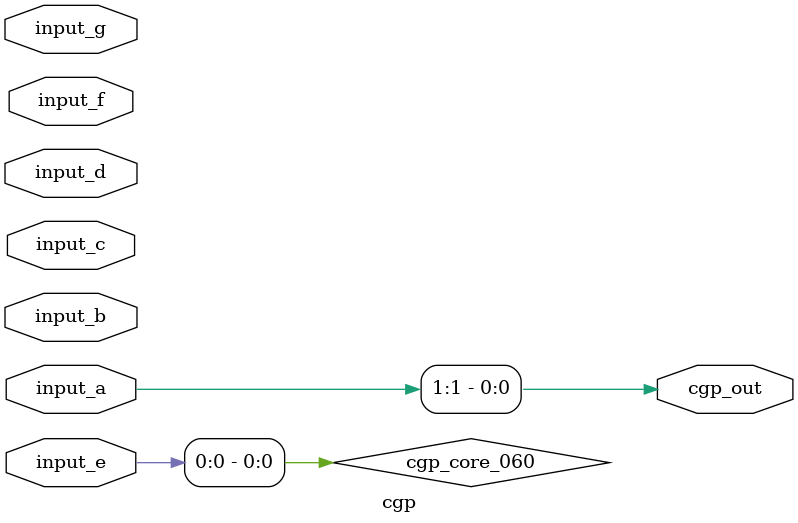
<source format=v>
module cgp(input [1:0] input_a, input [1:0] input_b, input [1:0] input_c, input [1:0] input_d, input [1:0] input_e, input [1:0] input_f, input [1:0] input_g, output [0:0] cgp_out);
  wire cgp_core_016;
  wire cgp_core_017;
  wire cgp_core_018;
  wire cgp_core_021;
  wire cgp_core_022;
  wire cgp_core_025;
  wire cgp_core_026;
  wire cgp_core_027;
  wire cgp_core_029;
  wire cgp_core_030;
  wire cgp_core_031;
  wire cgp_core_032;
  wire cgp_core_033;
  wire cgp_core_036;
  wire cgp_core_037;
  wire cgp_core_039;
  wire cgp_core_040;
  wire cgp_core_041;
  wire cgp_core_042;
  wire cgp_core_043;
  wire cgp_core_044;
  wire cgp_core_046_not;
  wire cgp_core_047;
  wire cgp_core_048;
  wire cgp_core_049;
  wire cgp_core_055_not;
  wire cgp_core_060;
  wire cgp_core_062;
  wire cgp_core_063;
  wire cgp_core_064;
  wire cgp_core_065;
  wire cgp_core_068;
  wire cgp_core_071;
  wire cgp_core_072;
  wire cgp_core_075;
  wire cgp_core_078;

  assign cgp_core_016 = input_f[1] ^ input_c[1];
  assign cgp_core_017 = input_c[0] & input_e[0];
  assign cgp_core_018 = ~(input_f[0] | input_e[1]);
  assign cgp_core_021 = input_f[0] & input_b[0];
  assign cgp_core_022 = input_a[0] | cgp_core_021;
  assign cgp_core_025 = ~(input_a[1] | input_a[1]);
  assign cgp_core_026 = ~(input_f[1] & input_f[1]);
  assign cgp_core_027 = ~input_g[1];
  assign cgp_core_029 = ~(input_a[0] & input_d[0]);
  assign cgp_core_030 = input_e[0] ^ cgp_core_029;
  assign cgp_core_031 = ~input_e[0];
  assign cgp_core_032 = ~input_b[0];
  assign cgp_core_033 = ~(input_g[0] | input_a[0]);
  assign cgp_core_036 = input_e[1] ^ cgp_core_033;
  assign cgp_core_037 = input_a[0] & input_b[0];
  assign cgp_core_039 = input_b[0] & input_e[0];
  assign cgp_core_040 = ~(input_g[1] & input_b[0]);
  assign cgp_core_041 = input_f[1] ^ input_c[1];
  assign cgp_core_042 = input_c[0] & input_e[1];
  assign cgp_core_043 = ~(cgp_core_041 & input_g[1]);
  assign cgp_core_044 = cgp_core_041 & input_a[0];
  assign cgp_core_046_not = ~cgp_core_039;
  assign cgp_core_047 = cgp_core_032 & cgp_core_039;
  assign cgp_core_048 = cgp_core_036 ^ cgp_core_043;
  assign cgp_core_049 = input_a[1] & cgp_core_043;
  assign cgp_core_055_not = ~input_e[0];
  assign cgp_core_060 = ~cgp_core_031;
  assign cgp_core_062 = ~(input_g[0] ^ input_g[0]);
  assign cgp_core_063 = input_d[1] & input_a[1];
  assign cgp_core_064 = ~(input_e[1] & input_f[0]);
  assign cgp_core_065 = input_d[1] & cgp_core_060;
  assign cgp_core_068 = input_c[0] & input_b[0];
  assign cgp_core_071 = input_b[0] ^ cgp_core_046_not;
  assign cgp_core_072 = input_f[1] & cgp_core_071;
  assign cgp_core_075 = input_g[0] | input_c[0];
  assign cgp_core_078 = ~input_e[1];

  assign cgp_out[0] = input_a[1];
endmodule
</source>
